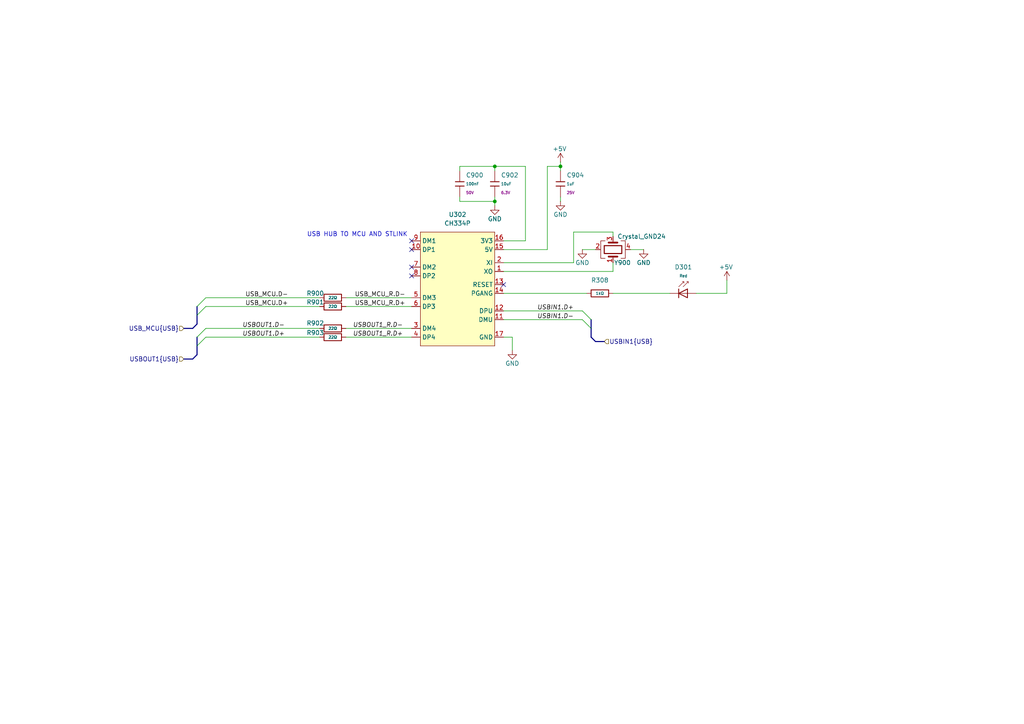
<source format=kicad_sch>
(kicad_sch (version 20250114) (generator "eeschema") (generator_version "9.0")
  (paper "A4")
  (title_block (title "ModuCard GPIO module") (date "2025-04-19") (rev "1.0.0") (company "KoNaR") (comment 1 "Base project authors: Dominik Pluta, Artem Horiunov") (comment 2 "Project author: Dominik Pluta"))
  (lib_symbols
    (symbol "CH334P:CH334P"
      (property "Reference" "U" (at -8.89 7.62 0))
      (property "Value" "CH334P" (at -1.27 1.27 0))
      (symbol "CH334P_1_1"
        (rectangle (start -10.16 6.35) (end 11.43 -26.67) (fill (type background)))
        (pin input line (at -12.7 3.81 0) (length 2.54) (name "DM1") (number "9"))
        (pin input line (at -12.7 1.27 0) (length 2.54) (name "DP1") (number "10"))
        (pin input line (at -12.7 -3.81 0) (length 2.54) (name "DM2") (number "7"))
        (pin input line (at -12.7 -6.35 0) (length 2.54) (name "DP2") (number "8"))
        (pin input line (at -12.7 -12.7 0) (length 2.54) (name "DM3") (number "5"))
        (pin input line (at -12.7 -15.24 0) (length 2.54) (name "DP3") (number "6"))
        (pin input line (at -12.7 -21.59 0) (length 2.54) (name "DM4") (number "3"))
        (pin input line (at -12.7 -24.13 0) (length 2.54) (name "DP4") (number "4"))
        (pin input line (at 13.97 3.81 180) (length 2.54) (name "3V3") (number "16"))
        (pin input line (at 13.97 1.27 180) (length 2.54) (name "5V") (number "15"))
        (pin input line (at 13.97 -2.54 180) (length 2.54) (name "XI") (number "2"))
        (pin input line (at 13.97 -5.08 180) (length 2.54) (name "XO") (number "1"))
        (pin input line (at 13.97 -8.89 180) (length 2.54) (name "RESET") (number "13"))
        (pin input line (at 13.97 -11.43 180) (length 2.54) (name "PGANG") (number "14"))
        (pin input line (at 13.97 -16.51 180) (length 2.54) (name "DPU") (number "12"))
        (pin input line (at 13.97 -19.05 180) (length 2.54) (name "DMU") (number "11"))
        (pin input line (at 13.97 -24.13 180) (length 2.54) (name "GND") (number "17"))
      )
    )
    (symbol "Device:Crystal_GND24" (pin_names (offset 1.016) (hide yes))
      (property "Reference" "Y" (at 3.175 5.08 0))
      (property "Value" "Crystal_GND24" (at 3.175 3.175 0))
      (symbol "Crystal_GND24_0_1"
        (polyline (pts (xy -2.54 2.286) (xy -2.54 3.556) (xy 2.54 3.556) (xy 2.54 2.286)))
        (polyline (pts (xy -2.54 0) (xy -2.032 0)))
        (polyline (pts (xy -2.54 -2.286) (xy -2.54 -3.556) (xy 2.54 -3.556) (xy 2.54 -2.286)))
        (polyline (pts (xy -2.032 -1.27) (xy -2.032 1.27)) (stroke (width 0.508)))
        (rectangle (start -1.143 2.54) (end 1.143 -2.54) (stroke (width 0.3048)))
        (polyline (pts (xy 0 3.556) (xy 0 3.81)))
        (polyline (pts (xy 0 -3.81) (xy 0 -3.556)))
        (polyline (pts (xy 2.032 0) (xy 2.54 0)))
        (polyline (pts (xy 2.032 -1.27) (xy 2.032 1.27)) (stroke (width 0.508)))
      )
      (symbol "Crystal_GND24_1_1"
        (pin passive line (at -3.81 0 0) (length 1.27) (name "1") (number "1"))
        (pin passive line (at 0 5.08 270) (length 1.27) (name "2") (number "2"))
        (pin passive line (at 0 -5.08 90) (length 1.27) (name "4") (number "4"))
        (pin passive line (at 3.81 0 180) (length 1.27) (name "3") (number "3"))
      )
    )
    (symbol "PCM_JLCPCB-Capacitors:0402,100nF,(2)" (pin_numbers (hide yes)) (pin_names (offset 0))
      (property "Reference" "C" (at 2.032 1.668 0))
      (property "Value" "100nF" (at 2.032 -0.3782 0))
      (property "Voltage Rated" "50V" (at 2.032 -2.0462 0))
      (symbol "0402,100nF,(2)_0_1"
        (polyline (pts (xy -1.27 0.635) (xy 1.27 0.635)) (stroke (width 0.254)))
        (polyline (pts (xy -1.27 -0.635) (xy 1.27 -0.635)) (stroke (width 0.254)))
      )
      (symbol "0402,100nF,(2)_1_1"
        (pin passive line (at 0 3.81 270) (length 3.175) (name "~") (number "1"))
        (pin passive line (at 0 -3.81 90) (length 3.175) (name "~") (number "2"))
      )
    )
    (symbol "PCM_JLCPCB-Capacitors:0402,10uF" (pin_numbers (hide yes)) (pin_names (offset 0))
      (property "Reference" "C" (at 2.032 1.668 0))
      (property "Value" "10uF" (at 2.032 -0.3782 0))
      (property "Voltage Rated" "6.3V" (at 2.032 -2.0462 0))
      (symbol "0402,10uF_0_1"
        (polyline (pts (xy -1.27 0.635) (xy 1.27 0.635)) (stroke (width 0.254)))
        (polyline (pts (xy -1.27 -0.635) (xy 1.27 -0.635)) (stroke (width 0.254)))
      )
      (symbol "0402,10uF_1_1"
        (pin passive line (at 0 3.81 270) (length 3.175) (name "~") (number "1"))
        (pin passive line (at 0 -3.81 90) (length 3.175) (name "~") (number "2"))
      )
    )
    (symbol "PCM_JLCPCB-Capacitors:0402,1uF" (pin_numbers (hide yes)) (pin_names (offset 0))
      (property "Reference" "C" (at 2.032 1.668 0))
      (property "Value" "1uF" (at 2.032 -0.3782 0))
      (property "Voltage Rated" "25V" (at 2.032 -2.0462 0))
      (symbol "0402,1uF_0_1"
        (polyline (pts (xy -1.27 0.635) (xy 1.27 0.635)) (stroke (width 0.254)))
        (polyline (pts (xy -1.27 -0.635) (xy 1.27 -0.635)) (stroke (width 0.254)))
      )
      (symbol "0402,1uF_1_1"
        (pin passive line (at 0 3.81 270) (length 3.175) (name "~") (number "1"))
        (pin passive line (at 0 -3.81 90) (length 3.175) (name "~") (number "2"))
      )
    )
    (symbol "PCM_JLCPCB-Diodes:LED,0603,Red" (pin_numbers (hide yes)) (pin_names (offset 0))
      (property "Reference" "D" (at 2.032 0.834 0))
      (property "Value" "Red" (at 2.032 -1.2122 0))
      (symbol "LED,0603,Red_0_1"
        (polyline (pts (xy -1.905 0) (xy -3.429 1.524) (xy -3.429 1.016) (xy -3.429 1.524) (xy -2.921 1.524)) (stroke (width 0.127)))
        (polyline (pts (xy -1.905 -1.27) (xy -3.429 0.254) (xy -3.429 -0.254) (xy -3.429 0.254) (xy -2.921 0.254)) (stroke (width 0.127)))
        (polyline (pts (xy -1.27 1.27) (xy 0 -1.27) (xy 1.27 1.27) (xy -1.27 1.27)) (stroke (width 0.254)))
        (polyline (pts (xy -1.27 -1.27) (xy 1.27 -1.27)) (stroke (width 0.254)))
      )
      (symbol "LED,0603,Red_1_1"
        (pin passive line (at 0 3.81 270) (length 3.81) (name "~") (number "2"))
        (pin passive line (at 0 -3.81 90) (length 3.81) (name "~") (number "1"))
      )
    )
    (symbol "PCM_JLCPCB-Resistors:0402,1kΩ" (pin_numbers (hide yes)) (pin_names (offset 0))
      (property "Reference" "R" (at 1.778 0 0))
      (property "Value" "1kΩ" (at 0 0 90))
      (symbol "0402,1kΩ_0_1"
        (rectangle (start -1.016 2.54) (end 1.016 -2.54) (stroke (width 0.254)))
      )
      (symbol "0402,1kΩ_1_1"
        (pin passive line (at 0 3.81 270) (length 1.27) (name "~") (number "1"))
        (pin passive line (at 0 -3.81 90) (length 1.27) (name "~") (number "2"))
      )
    )
    (symbol "PCM_JLCPCB-Resistors:0402,22Ω" (pin_numbers (hide yes)) (pin_names (offset 0))
      (property "Reference" "R" (at 1.778 0 0))
      (property "Value" "22Ω" (at 0 0 90))
      (symbol "0402,22Ω_0_1"
        (rectangle (start -1.016 2.54) (end 1.016 -2.54) (stroke (width 0.254)))
      )
      (symbol "0402,22Ω_1_1"
        (pin passive line (at 0 3.81 270) (length 1.27) (name "~") (number "1"))
        (pin passive line (at 0 -3.81 90) (length 1.27) (name "~") (number "2"))
      )
    )
    (symbol "power:+5V" (power) (pin_numbers (hide yes)) (pin_names (offset 0) (hide yes))
      (property "Value" "+5V" (at 0 3.556 0))
      (symbol "+5V_0_1"
        (polyline (pts (xy -0.762 1.27) (xy 0 2.54)))
        (polyline (pts (xy 0 2.54) (xy 0.762 1.27)))
        (polyline (pts (xy 0 0) (xy 0 2.54)))
      )
      (symbol "+5V_1_1"
        (pin power_in line (at 0 0 90) (length 0) (name "~") (number "1"))
      )
    )
    (symbol "power:GND" (power) (pin_numbers (hide yes)) (pin_names (offset 0) (hide yes))
      (property "Value" "GND" (at 0 -3.81 0))
      (symbol "GND_0_1"
        (polyline (pts (xy 0 0) (xy 0 -1.27) (xy 1.27 -1.27) (xy 0 -2.54) (xy -1.27 -1.27) (xy 0 -1.27)))
      )
      (symbol "GND_1_1"
        (pin power_in line (at 0 0 270) (length 0) (name "~") (number "1"))
      )
    )
  )
  (bus_alias "USB" (members "D+" "D-"))
  (text "USB HUB TO MCU AND STLINK" (at 103.632 68.072 0) (effects (font (size 1.27 1.27))))
  (junction (at 162.56 48.26))
  (junction (at 143.51 58.42))
  (junction (at 143.51 48.26))
  (no_connect (at 119.38 80.01))
  (no_connect (at 119.38 77.47))
  (no_connect (at 119.38 69.85))
  (no_connect (at 146.05 82.55))
  (no_connect (at 119.38 72.39))
  (bus_entry (at 59.69 86.36) (size -2.54 2.54))
  (bus_entry (at 171.45 95.25) (size -2.54 -2.54))
  (bus_entry (at 59.69 95.25) (size -2.54 2.54))
  (bus_entry (at 59.69 97.79) (size -2.54 2.54))
  (bus_entry (at 171.45 92.71) (size -2.54 -2.54))
  (bus_entry (at 59.69 88.9) (size -2.54 2.54))
  (wire (pts (xy 133.35 48.26) (xy 143.51 48.26)))
  (wire (pts (xy 59.69 97.79) (xy 92.71 97.79)))
  (wire (pts (xy 182.88 72.39) (xy 186.69 72.39)))
  (wire (pts (xy 59.69 95.25) (xy 92.71 95.25)))
  (wire (pts (xy 158.75 48.26) (xy 158.75 72.39)))
  (wire (pts (xy 146.05 90.17) (xy 168.91 90.17)))
  (wire (pts (xy 201.93 85.09) (xy 210.82 85.09)))
  (bus (pts (xy 57.15 91.44) (xy 57.15 93.98)))
  (wire (pts (xy 168.91 72.39) (xy 172.72 72.39)))
  (wire (pts (xy 143.51 57.15) (xy 143.51 58.42)))
  (bus (pts (xy 53.34 95.25) (xy 55.88 95.25)))
  (wire (pts (xy 162.56 46.99) (xy 162.56 48.26)))
  (bus (pts (xy 57.15 88.9) (xy 57.15 91.44)))
  (wire (pts (xy 166.37 67.31) (xy 177.8 67.31)))
  (wire (pts (xy 152.4 48.26) (xy 152.4 69.85)))
  (wire (pts (xy 143.51 58.42) (xy 143.51 59.69)))
  (wire (pts (xy 146.05 69.85) (xy 152.4 69.85)))
  (bus (pts (xy 57.15 100.33) (xy 57.15 102.87)))
  (bus (pts (xy 172.72 99.06) (xy 171.45 97.79)))
  (bus (pts (xy 57.15 97.79) (xy 57.15 100.33)))
  (wire (pts (xy 146.05 92.71) (xy 168.91 92.71)))
  (wire (pts (xy 146.05 78.74) (xy 177.8 78.74)))
  (wire (pts (xy 210.82 85.09) (xy 210.82 81.28)))
  (wire (pts (xy 59.69 86.36) (xy 92.71 86.36)))
  (bus (pts (xy 53.34 104.14) (xy 55.88 104.14)))
  (wire (pts (xy 133.35 58.42) (xy 143.51 58.42)))
  (wire (pts (xy 148.59 101.6) (xy 148.59 97.79)))
  (wire (pts (xy 133.35 58.42) (xy 133.35 57.15)))
  (wire (pts (xy 152.4 48.26) (xy 143.51 48.26)))
  (bus (pts (xy 57.15 93.98) (xy 55.88 95.25)))
  (wire (pts (xy 100.33 88.9) (xy 119.38 88.9)))
  (wire (pts (xy 162.56 49.53) (xy 162.56 48.26)))
  (wire (pts (xy 146.05 72.39) (xy 158.75 72.39)))
  (wire (pts (xy 146.05 85.09) (xy 170.18 85.09)))
  (wire (pts (xy 148.59 97.79) (xy 146.05 97.79)))
  (wire (pts (xy 133.35 48.26) (xy 133.35 49.53)))
  (wire (pts (xy 100.33 86.36) (xy 119.38 86.36)))
  (bus (pts (xy 172.72 99.06) (xy 175.26 99.06)))
  (wire (pts (xy 143.51 49.53) (xy 143.51 48.26)))
  (bus (pts (xy 171.45 92.71) (xy 171.45 95.25)))
  (wire (pts (xy 177.8 85.09) (xy 194.31 85.09)))
  (bus (pts (xy 57.15 102.87) (xy 55.88 104.14)))
  (wire (pts (xy 146.05 76.2) (xy 166.37 76.2)))
  (wire (pts (xy 166.37 67.31) (xy 166.37 76.2)))
  (wire (pts (xy 100.33 97.79) (xy 119.38 97.79)))
  (wire (pts (xy 59.69 88.9) (xy 92.71 88.9)))
  (wire (pts (xy 100.33 95.25) (xy 119.38 95.25)))
  (wire (pts (xy 177.8 67.31) (xy 177.8 68.58)))
  (wire (pts (xy 177.8 76.2) (xy 177.8 78.74)))
  (bus (pts (xy 171.45 95.25) (xy 171.45 97.79)))
  (wire (pts (xy 162.56 57.15) (xy 162.56 58.42)))
  (wire (pts (xy 158.75 48.26) (xy 162.56 48.26)))
  (label "USBIN1.D-" (at 166.37 92.71 180) (effects (font (italic yes))))
  (label "USB_MCU.D+" (at 71.12 88.9 0))
  (label "USBIN1.D+" (at 166.37 90.17 180) (effects (font (italic yes))))
  (label "USB_MCU_R.D+" (at 102.87 88.9 0))
  (label "USB_MCU_R.D-" (at 102.87 86.36 0))
  (label "USB_MCU.D-" (at 71.12 86.36 0))
  (label "USBOUT1.D-" (at 82.55 95.25 180) (effects (font (italic yes))))
  (label "USBOUT1_R.D+" (at 116.84 97.79 180) (effects (font (italic yes))))
  (label "USBOUT1.D+" (at 82.55 97.79 180) (effects (font (italic yes))))
  (label "USBOUT1_R.D-" (at 116.84 95.25 180) (effects (font (italic yes))))
  (hierarchical_label "USBIN1{USB}" (shape input) (at 175.26 99.06 0))
  (hierarchical_label "USBOUT1{USB}" (shape input) (at 53.34 104.14 180))
  (hierarchical_label "USB_MCU{USB}" (shape input) (at 53.34 95.25 180))
  (symbol (lib_id "PCM_JLCPCB-Resistors:0402,22Ω") (at 96.52 86.36 90) (unit 1)
    (property "Reference" "R900" (at 91.44 85.09 90))
    (property "Value" "22Ω" (at 96.52 86.36 90) (effects (font (size 0.8 0.8))))
    (property "Footprint" "PCM_JLCPCB:R_0402" (effects (hide yes)))
    (property "Datasheet" "https://www.lcsc.com/datasheet/lcsc_datasheet_2205311900_UNI-ROYAL-Uniroyal-Elec-0402WGF220JTCE_C25092.pdf" (effects (hide yes)))
    (property "Description" "62.5mW Thick Film Resistors 50V ±1% ±100ppm/°C 22Ω 0402 Chip Resistor - Surface Mount ROHS" (effects (hide yes)))
    (property "LCSC" "C25092" (effects (hide yes)))
    (property "Stock" "2158519" (effects (hide yes)))
    (property "Price" "0.004USD" (effects (hide yes)))
    (property "Process" "SMT" (effects (hide yes)))
    (property "Minimum Qty" "20" (effects (hide yes)))
    (property "Attrition Qty" "10" (effects (hide yes)))
    (property "Class" "Basic Component" (effects (hide yes)))
    (property "Category" "Resistors,Chip Resistor - Surface Mount" (effects (hide yes)))
    (property "Manufacturer" "UNI-ROYAL(Uniroyal Elec)" (effects (hide yes)))
    (property "Part" "0402WGF220JTCE" (effects (hide yes)))
    (property "Resistance" "22Ω" (effects (hide yes)))
    (property "Power(Watts)" "62.5mW" (effects (hide yes)))
    (property "Type" "Thick Film Resistors" (effects (hide yes)))
    (property "Overload Voltage (Max)" "50V" (effects (hide yes)))
    (property "Operating Temperature Range" "-55°C~+155°C" (effects (hide yes)))
    (property "Tolerance" "±1%" (effects (hide yes)))
    (property "Temperature Coefficient" "±100ppm/°C" (effects (hide yes)))
  )
  (symbol (lib_id "power:GND") (at 186.69 72.39 0) (unit 1)
    (property "Reference" "#PWR901" (effects (hide yes)))
    (property "Value" "GND" (at 186.69 76.2 0))
    (property "Description" "Power symbol creates a global label with name \"GND\" , ground" (effects (hide yes)))
  )
  (symbol (lib_id "power:GND") (at 143.51 59.69 0) (unit 1)
    (property "Reference" "#PWR905" (effects (hide yes)))
    (property "Value" "GND" (at 143.51 63.5 0))
    (property "Description" "Power symbol creates a global label with name \"GND\" , ground" (effects (hide yes)))
  )
  (symbol (lib_id "PCM_JLCPCB-Capacitors:0402,100nF,(2)") (at 133.35 53.34 0) (unit 1)
    (property "Reference" "C900" (at 135.128 50.7999 0) (effects (justify left)))
    (property "Value" "100nF" (at 135.128 53.34 0) (effects (font (size 0.8 0.8)) (justify left)))
    (property "Footprint" "PCM_JLCPCB:C_0402" (effects (hide yes)))
    (property "Datasheet" "https://www.lcsc.com/datasheet/lcsc_datasheet_2304140030_Samsung-Electro-Mechanics-CL05B104KB54PNC_C307331.pdf" (effects (hide yes)))
    (property "Description" "50V 100nF X7R ±10% 0402 Multilayer Ceramic Capacitors MLCC - SMD/SMT ROHS" (effects (hide yes)))
    (property "LCSC" "C307331" (effects (hide yes)))
    (property "Stock" "5436546" (effects (hide yes)))
    (property "Price" "0.008USD" (effects (hide yes)))
    (property "Process" "SMT" (effects (hide yes)))
    (property "Minimum Qty" "20" (effects (hide yes)))
    (property "Attrition Qty" "10" (effects (hide yes)))
    (property "Class" "Basic Component" (effects (hide yes)))
    (property "Category" "Capacitors,Multilayer Ceramic Capacitors MLCC - SMD/SMT" (effects (hide yes)))
    (property "Manufacturer" "Samsung Electro-Mechanics" (effects (hide yes)))
    (property "Part" "CL05B104KB54PNC" (effects (hide yes)))
    (property "Voltage Rated" "50V" (at 135.128 55.88 0) (effects (font (size 0.8 0.8)) (justify left)))
    (property "Tolerance" "±10%" (effects (hide yes)))
    (property "Capacitance" "100nF" (effects (hide yes)))
    (property "Temperature Coefficient" "X7R" (effects (hide yes)))
  )
  (symbol (lib_id "PCM_JLCPCB-Capacitors:0402,1uF") (at 162.56 53.34 0) (unit 1)
    (property "Reference" "C904" (at 164.338 50.8 0) (effects (justify left)))
    (property "Value" "1uF" (at 164.338 53.3401 0) (effects (font (size 0.8 0.8)) (justify left)))
    (property "Footprint" "PCM_JLCPCB:C_0402" (effects (hide yes)))
    (property "Datasheet" "https://www.lcsc.com/datasheet/lcsc_datasheet_2304140030_Samsung-Electro-Mechanics-CL05A105KA5NQNC_C52923.pdf" (effects (hide yes)))
    (property "Description" "25V 1uF X5R ±10% 0402 Multilayer Ceramic Capacitors MLCC - SMD/SMT ROHS" (effects (hide yes)))
    (property "LCSC" "C52923" (effects (hide yes)))
    (property "Stock" "6453835" (effects (hide yes)))
    (property "Price" "0.006USD" (effects (hide yes)))
    (property "Process" "SMT" (effects (hide yes)))
    (property "Minimum Qty" "20" (effects (hide yes)))
    (property "Attrition Qty" "10" (effects (hide yes)))
    (property "Class" "Basic Component" (effects (hide yes)))
    (property "Category" "Capacitors,Multilayer Ceramic Capacitors MLCC - SMD/SMT" (effects (hide yes)))
    (property "Manufacturer" "Samsung Electro-Mechanics" (effects (hide yes)))
    (property "Part" "CL05A105KA5NQNC" (effects (hide yes)))
    (property "Voltage Rated" "25V" (at 164.338 55.8801 0) (effects (font (size 0.8 0.8)) (justify left)))
    (property "Tolerance" "±10%" (effects (hide yes)))
    (property "Capacitance" "1uF" (effects (hide yes)))
    (property "Temperature Coefficient" "X5R" (effects (hide yes)))
  )
  (symbol (lib_id "CH334P:CH334P") (at 132.08 73.66 0) (unit 1)
    (property "Reference" "U302" (at 132.715 62.23 0))
    (property "Value" "CH334P" (at 132.715 64.77 0))
    (property "Footprint" "Package_DFN_QFN:QFN-16-1EP_3x3mm_P0.5mm_EP1.7x1.7mm" (effects (hide yes)))
    (property "Datasheet" "https://www.lcsc.com/datasheet/lcsc_datasheet_2408131044_WCH-Jiangsu-Qin-Heng-CH334P_C5373042.pdf" (effects (hide yes)))
    (property "Description" "4 Port Hub with MTT" (effects (hide yes)))
  )
  (symbol (lib_id "PCM_JLCPCB-Resistors:0402,22Ω") (at 96.52 95.25 90) (unit 1)
    (property "Reference" "R902" (at 91.44 93.726 90))
    (property "Value" "22Ω" (at 96.52 95.25 90) (effects (font (size 0.8 0.8))))
    (property "Footprint" "PCM_JLCPCB:R_0402" (effects (hide yes)))
    (property "Datasheet" "https://www.lcsc.com/datasheet/lcsc_datasheet_2205311900_UNI-ROYAL-Uniroyal-Elec-0402WGF220JTCE_C25092.pdf" (effects (hide yes)))
    (property "Description" "62.5mW Thick Film Resistors 50V ±1% ±100ppm/°C 22Ω 0402 Chip Resistor - Surface Mount ROHS" (effects (hide yes)))
    (property "LCSC" "C25092" (effects (hide yes)))
    (property "Stock" "2158519" (effects (hide yes)))
    (property "Price" "0.004USD" (effects (hide yes)))
    (property "Process" "SMT" (effects (hide yes)))
    (property "Minimum Qty" "20" (effects (hide yes)))
    (property "Attrition Qty" "10" (effects (hide yes)))
    (property "Class" "Basic Component" (effects (hide yes)))
    (property "Category" "Resistors,Chip Resistor - Surface Mount" (effects (hide yes)))
    (property "Manufacturer" "UNI-ROYAL(Uniroyal Elec)" (effects (hide yes)))
    (property "Part" "0402WGF220JTCE" (effects (hide yes)))
    (property "Resistance" "22Ω" (effects (hide yes)))
    (property "Power(Watts)" "62.5mW" (effects (hide yes)))
    (property "Type" "Thick Film Resistors" (effects (hide yes)))
    (property "Overload Voltage (Max)" "50V" (effects (hide yes)))
    (property "Operating Temperature Range" "-55°C~+155°C" (effects (hide yes)))
    (property "Tolerance" "±1%" (effects (hide yes)))
    (property "Temperature Coefficient" "±100ppm/°C" (effects (hide yes)))
  )
  (symbol (lib_id "PCM_JLCPCB-Resistors:0402,22Ω") (at 96.52 97.79 90) (unit 1)
    (property "Reference" "R903" (at 91.44 96.52 90))
    (property "Value" "22Ω" (at 96.52 97.79 90) (effects (font (size 0.8 0.8))))
    (property "Footprint" "PCM_JLCPCB:R_0402" (effects (hide yes)))
    (property "Datasheet" "https://www.lcsc.com/datasheet/lcsc_datasheet_2205311900_UNI-ROYAL-Uniroyal-Elec-0402WGF220JTCE_C25092.pdf" (effects (hide yes)))
    (property "Description" "62.5mW Thick Film Resistors 50V ±1% ±100ppm/°C 22Ω 0402 Chip Resistor - Surface Mount ROHS" (effects (hide yes)))
    (property "LCSC" "C25092" (effects (hide yes)))
    (property "Stock" "2158519" (effects (hide yes)))
    (property "Price" "0.004USD" (effects (hide yes)))
    (property "Process" "SMT" (effects (hide yes)))
    (property "Minimum Qty" "20" (effects (hide yes)))
    (property "Attrition Qty" "10" (effects (hide yes)))
    (property "Class" "Basic Component" (effects (hide yes)))
    (property "Category" "Resistors,Chip Resistor - Surface Mount" (effects (hide yes)))
    (property "Manufacturer" "UNI-ROYAL(Uniroyal Elec)" (effects (hide yes)))
    (property "Part" "0402WGF220JTCE" (effects (hide yes)))
    (property "Resistance" "22Ω" (effects (hide yes)))
    (property "Power(Watts)" "62.5mW" (effects (hide yes)))
    (property "Type" "Thick Film Resistors" (effects (hide yes)))
    (property "Overload Voltage (Max)" "50V" (effects (hide yes)))
    (property "Operating Temperature Range" "-55°C~+155°C" (effects (hide yes)))
    (property "Tolerance" "±1%" (effects (hide yes)))
    (property "Temperature Coefficient" "±100ppm/°C" (effects (hide yes)))
  )
  (symbol (lib_id "PCM_JLCPCB-Resistors:0402,22Ω") (at 96.52 88.9 90) (unit 1)
    (property "Reference" "R901" (at 91.44 87.63 90))
    (property "Value" "22Ω" (at 96.52 88.9 90) (effects (font (size 0.8 0.8))))
    (property "Footprint" "PCM_JLCPCB:R_0402" (effects (hide yes)))
    (property "Datasheet" "https://www.lcsc.com/datasheet/lcsc_datasheet_2205311900_UNI-ROYAL-Uniroyal-Elec-0402WGF220JTCE_C25092.pdf" (effects (hide yes)))
    (property "Description" "62.5mW Thick Film Resistors 50V ±1% ±100ppm/°C 22Ω 0402 Chip Resistor - Surface Mount ROHS" (effects (hide yes)))
    (property "LCSC" "C25092" (effects (hide yes)))
    (property "Stock" "2158519" (effects (hide yes)))
    (property "Price" "0.004USD" (effects (hide yes)))
    (property "Process" "SMT" (effects (hide yes)))
    (property "Minimum Qty" "20" (effects (hide yes)))
    (property "Attrition Qty" "10" (effects (hide yes)))
    (property "Class" "Basic Component" (effects (hide yes)))
    (property "Category" "Resistors,Chip Resistor - Surface Mount" (effects (hide yes)))
    (property "Manufacturer" "UNI-ROYAL(Uniroyal Elec)" (effects (hide yes)))
    (property "Part" "0402WGF220JTCE" (effects (hide yes)))
    (property "Resistance" "22Ω" (effects (hide yes)))
    (property "Power(Watts)" "62.5mW" (effects (hide yes)))
    (property "Type" "Thick Film Resistors" (effects (hide yes)))
    (property "Overload Voltage (Max)" "50V" (effects (hide yes)))
    (property "Operating Temperature Range" "-55°C~+155°C" (effects (hide yes)))
    (property "Tolerance" "±1%" (effects (hide yes)))
    (property "Temperature Coefficient" "±100ppm/°C" (effects (hide yes)))
  )
  (symbol (lib_id "power:GND") (at 148.59 101.6 0) (unit 1)
    (property "Reference" "#PWR329" (effects (hide yes)))
    (property "Value" "GND" (at 148.59 105.41 0))
    (property "Description" "Power symbol creates a global label with name \"GND\" , ground" (effects (hide yes)))
  )
  (symbol (lib_id "PCM_JLCPCB-Diodes:LED,0603,Red") (at 198.12 85.09 270) (unit 1)
    (property "Reference" "D301" (at 198.2152 77.47 90))
    (property "Value" "Red" (at 198.2152 80.01 90) (effects (font (size 0.8 0.8))))
    (property "Footprint" "PCM_JLCPCB:D_0603" (effects (hide yes)))
    (property "Datasheet" "https://www.lcsc.com/datasheet/lcsc_datasheet_1810231112_Hubei-KENTO-Elec-KT-0603R_C2286.pdf" (effects (hide yes)))
    (property "Description" "-40°C~+85°C Red 0603 LED Indication - Discrete ROHS" (effects (hide yes)))
    (property "LCSC" "C2286" (effects (hide yes)))
    (property "Stock" "3289269" (effects (hide yes)))
    (property "Price" "0.009USD" (effects (hide yes)))
    (property "Process" "SMT" (effects (hide yes)))
    (property "Minimum Qty" "20" (effects (hide yes)))
    (property "Attrition Qty" "6" (effects (hide yes)))
    (property "Class" "Basic Component" (effects (hide yes)))
    (property "Category" "Optocouplers & LEDs & Infrared,Light Emitting Diodes (LED)" (effects (hide yes)))
    (property "Manufacturer" "Hubei KENTO Elec" (effects (hide yes)))
    (property "Part" "KT-0603R" (effects (hide yes)))
  )
  (symbol (lib_id "PCM_JLCPCB-Capacitors:0402,10uF") (at 143.51 53.34 0) (unit 1)
    (property "Reference" "C902" (at 145.288 50.7999 0) (effects (justify left)))
    (property "Value" "10uF" (at 145.288 53.34 0) (effects (font (size 0.8 0.8)) (justify left)))
    (property "Footprint" "PCM_JLCPCB:C_0402" (effects (hide yes)))
    (property "Datasheet" "https://www.lcsc.com/datasheet/lcsc_datasheet_2208231630_Samsung-Electro-Mechanics-CL05A106MQ5NUNC_C15525.pdf" (effects (hide yes)))
    (property "Description" "6.3V 10uF X5R ±20% 0402 Multilayer Ceramic Capacitors MLCC - SMD/SMT ROHS" (effects (hide yes)))
    (property "LCSC" "C15525" (effects (hide yes)))
    (property "Stock" "1226257" (effects (hide yes)))
    (property "Price" "0.008USD" (effects (hide yes)))
    (property "Process" "SMT" (effects (hide yes)))
    (property "Minimum Qty" "20" (effects (hide yes)))
    (property "Attrition Qty" "10" (effects (hide yes)))
    (property "Class" "Basic Component" (effects (hide yes)))
    (property "Category" "Capacitors,Multilayer Ceramic Capacitors MLCC - SMD/SMT" (effects (hide yes)))
    (property "Manufacturer" "Samsung Electro-Mechanics" (effects (hide yes)))
    (property "Part" "CL05A106MQ5NUNC" (effects (hide yes)))
    (property "Voltage Rated" "6.3V" (at 145.288 55.88 0) (effects (font (size 0.8 0.8)) (justify left)))
    (property "Tolerance" "±20%" (effects (hide yes)))
    (property "Capacitance" "10uF" (effects (hide yes)))
    (property "Temperature Coefficient" "X5R" (effects (hide yes)))
  )
  (symbol (lib_id "power:+5V") (at 162.56 46.99 0) (unit 1)
    (property "Reference" "#PWR902" (effects (hide yes)))
    (property "Value" "+5V" (at 162.306 43.18 0))
    (property "Description" "Power symbol creates a global label with name \"+5V\"" (effects (hide yes)))
  )
  (symbol (lib_id "power:GND") (at 162.56 58.42 0) (mirror y) (unit 1)
    (property "Reference" "#PWR904" (effects (hide yes)))
    (property "Value" "GND" (at 162.56 62.23 0))
    (property "Description" "Power symbol creates a global label with name \"GND\" , ground" (effects (hide yes)))
  )
  (symbol (lib_id "power:GND") (at 168.91 72.39 0) (unit 1)
    (property "Reference" "#PWR900" (effects (hide yes)))
    (property "Value" "GND" (at 168.91 76.2 0))
    (property "Description" "Power symbol creates a global label with name \"GND\" , ground" (effects (hide yes)))
  )
  (symbol (lib_id "PCM_JLCPCB-Resistors:0402,1kΩ") (at 173.99 85.09 90) (unit 1)
    (property "Reference" "R308" (at 173.99 81.28 90))
    (property "Value" "1kΩ" (at 173.99 85.09 90) (effects (font (size 0.8 0.8))))
    (property "Footprint" "PCM_JLCPCB:R_0402" (effects (hide yes)))
    (property "Datasheet" "https://www.lcsc.com/datasheet/lcsc_datasheet_2206010216_UNI-ROYAL-Uniroyal-Elec-0402WGF1001TCE_C11702.pdf" (effects (hide yes)))
    (property "Description" "62.5mW Thick Film Resistors 50V ±100ppm/°C ±1% 1kΩ 0402 Chip Resistor - Surface Mount ROHS" (effects (hide yes)))
    (property "LCSC" "C11702" (effects (hide yes)))
    (property "Stock" "7947916" (effects (hide yes)))
    (property "Price" "0.004USD" (effects (hide yes)))
    (property "Process" "SMT" (effects (hide yes)))
    (property "Minimum Qty" "20" (effects (hide yes)))
    (property "Attrition Qty" "10" (effects (hide yes)))
    (property "Class" "Basic Component" (effects (hide yes)))
    (property "Category" "Resistors,Chip Resistor - Surface Mount" (effects (hide yes)))
    (property "Manufacturer" "UNI-ROYAL(Uniroyal Elec)" (effects (hide yes)))
    (property "Part" "0402WGF1001TCE" (effects (hide yes)))
    (property "Resistance" "1kΩ" (effects (hide yes)))
    (property "Power(Watts)" "62.5mW" (effects (hide yes)))
    (property "Type" "Thick Film Resistors" (effects (hide yes)))
    (property "Overload Voltage (Max)" "50V" (effects (hide yes)))
    (property "Operating Temperature Range" "-55°C~+155°C" (effects (hide yes)))
    (property "Tolerance" "±1%" (effects (hide yes)))
    (property "Temperature Coefficient" "±100ppm/°C" (effects (hide yes)))
  )
  (symbol (lib_id "Device:Crystal_GND24") (at 177.8 72.39 90) (unit 1)
    (property "Reference" "Y900" (at 178.054 76.2 90) (effects (justify right)))
    (property "Value" "Crystal_GND24" (at 179.07 68.58 90) (effects (justify right)))
    (property "Footprint" "Crystal:Crystal_SMD_3225-4Pin_3.2x2.5mm" (effects (hide yes)))
    (property "Description" "Four pin crystal, GND on pins 2 and 4" (effects (hide yes)))
  )
  (symbol (lib_id "power:+5V") (at 210.82 81.28 0) (unit 1)
    (property "Reference" "#PWR328" (effects (hide yes)))
    (property "Value" "+5V" (at 210.566 77.47 0))
    (property "Description" "Power symbol creates a global label with name \"+5V\"" (effects (hide yes)))
  )
)
</source>
